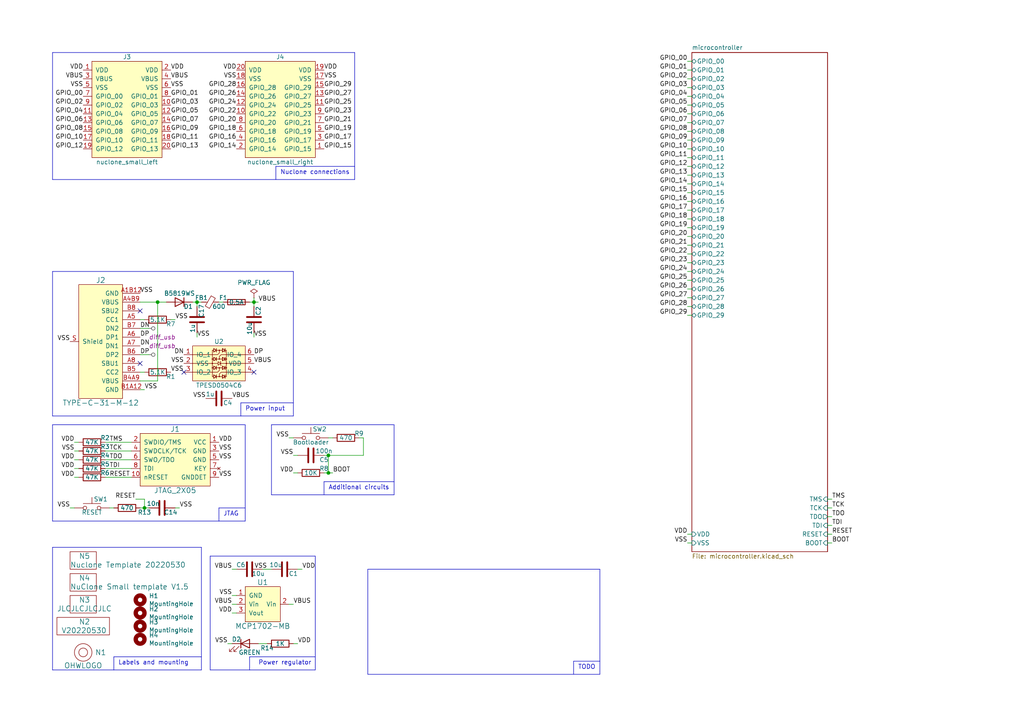
<source format=kicad_sch>
(kicad_sch (version 20230121) (generator eeschema)
  (paper "A4")
  (lib_symbols
    (symbol "Device:C" (pin_numbers hide) (pin_names (offset 0.254))
      (property "Reference" "C" (at 0.635 2.54 0))
      (property "Value" "C" (at 0.635 -2.54 0))
      (symbol "C_0_1"
        (polyline (pts (xy -2.032 -0.762) (xy 2.032 -0.762)) (stroke (width 0.508)))
        (polyline (pts (xy -2.032 0.762) (xy 2.032 0.762)) (stroke (width 0.508)))
      )
      (symbol "C_1_1"
        (pin passive line (at 0 3.81 270) (length 2.794) (name "~") (number "1"))
        (pin passive line (at 0 -3.81 90) (length 2.794) (name "~") (number "2"))
      )
    )
    (symbol "Device:D" (pin_numbers hide) (pin_names (offset 1.016) hide)
      (property "Reference" "D" (at 0 2.54 0))
      (property "Value" "D" (at 0 -2.54 0))
      (symbol "D_0_1"
        (polyline (pts (xy -1.27 1.27) (xy -1.27 -1.27)) (stroke (width 0.254)))
        (polyline (pts (xy 1.27 0) (xy -1.27 0)))
        (polyline (pts (xy 1.27 1.27) (xy 1.27 -1.27) (xy -1.27 0) (xy 1.27 1.27)) (stroke (width 0.254)))
      )
      (symbol "D_1_1"
        (pin passive line (at -3.81 0 0) (length 2.54) (name "K") (number "1"))
        (pin passive line (at 3.81 0 180) (length 2.54) (name "A") (number "2"))
      )
    )
    (symbol "Device:FerriteBead_Small" (pin_numbers hide) (pin_names (offset 0))
      (property "Reference" "FB" (at 1.905 1.27 0))
      (property "Value" "FerriteBead_Small" (at 1.905 -1.27 0))
      (symbol "FerriteBead_Small_0_1"
        (polyline (pts (xy 0 -1.27) (xy 0 -0.7874)))
        (polyline (pts (xy 0 0.889) (xy 0 1.2954)))
        (polyline (pts (xy -1.8288 0.2794) (xy -1.1176 1.4986) (xy 1.8288 -0.2032) (xy 1.1176 -1.4224) (xy -1.8288 0.2794)))
      )
      (symbol "FerriteBead_Small_1_1"
        (pin passive line (at 0 2.54 270) (length 1.27) (name "~") (number "1"))
        (pin passive line (at 0 -2.54 90) (length 1.27) (name "~") (number "2"))
      )
    )
    (symbol "Device:Fuse" (pin_numbers hide) (pin_names (offset 0))
      (property "Reference" "F" (at 2.032 0 90))
      (property "Value" "Fuse" (at -1.905 0 90))
      (symbol "Fuse_0_1"
        (rectangle (start -0.762 -2.54) (end 0.762 2.54) (stroke (width 0.254)))
        (polyline (pts (xy 0 2.54) (xy 0 -2.54)))
      )
      (symbol "Fuse_1_1"
        (pin passive line (at 0 3.81 270) (length 1.27) (name "~") (number "1"))
        (pin passive line (at 0 -3.81 90) (length 1.27) (name "~") (number "2"))
      )
    )
    (symbol "Device:LED" (pin_numbers hide) (pin_names (offset 1.016) hide)
      (property "Reference" "D" (at 0 2.54 0))
      (property "Value" "LED" (at 0 -2.54 0))
      (symbol "LED_0_1"
        (polyline (pts (xy -1.27 -1.27) (xy -1.27 1.27)) (stroke (width 0.254)))
        (polyline (pts (xy -1.27 0) (xy 1.27 0)))
        (polyline (pts (xy 1.27 -1.27) (xy 1.27 1.27) (xy -1.27 0) (xy 1.27 -1.27)) (stroke (width 0.254)))
        (polyline (pts (xy -3.048 -0.762) (xy -4.572 -2.286) (xy -3.81 -2.286) (xy -4.572 -2.286) (xy -4.572 -1.524)))
        (polyline (pts (xy -1.778 -0.762) (xy -3.302 -2.286) (xy -2.54 -2.286) (xy -3.302 -2.286) (xy -3.302 -1.524)))
      )
      (symbol "LED_1_1"
        (pin passive line (at -3.81 0 0) (length 2.54) (name "K") (number "1"))
        (pin passive line (at 3.81 0 180) (length 2.54) (name "A") (number "2"))
      )
    )
    (symbol "Device:R" (pin_numbers hide) (pin_names (offset 0))
      (property "Reference" "R" (at 2.032 0 90))
      (property "Value" "R" (at 0 0 90))
      (symbol "R_0_1"
        (rectangle (start -1.016 -2.54) (end 1.016 2.54) (stroke (width 0.254)))
      )
      (symbol "R_1_1"
        (pin passive line (at 0 3.81 270) (length 1.27) (name "~") (number "1"))
        (pin passive line (at 0 -3.81 90) (length 1.27) (name "~") (number "2"))
      )
    )
    (symbol "Mechanical:MountingHole" (pin_names (offset 1.016))
      (property "Reference" "H" (at 0 5.08 0))
      (property "Value" "MountingHole" (at 0 3.175 0))
      (symbol "MountingHole_0_1"
        (circle (center 0 0) (radius 1.27) (stroke (width 1.27)))
      )
    )
    (symbol "SquantorConnectorsNamed:JTAG_2X05_IN" (pin_names (offset 1.016))
      (property "Reference" "J" (at 0 8.89 0))
      (property "Value" "JTAG_2X05_IN" (at 0 -8.89 0))
      (symbol "JTAG_2X05_IN_0_1"
        (rectangle (start -10.16 7.62) (end 10.16 -7.62) (fill (type background)))
      )
      (symbol "JTAG_2X05_IN_1_1"
        (pin power_in line (at 12.7 5.08 180) (length 2.54) (name "VCC") (number "1"))
        (pin open_collector line (at -12.7 -5.08 0) (length 2.54) (name "nRESET") (number "10"))
        (pin bidirectional line (at -12.7 5.08 0) (length 2.54) (name "SWDIO/TMS") (number "2"))
        (pin power_in line (at 12.7 2.54 180) (length 2.54) (name "GND") (number "3"))
        (pin output line (at -12.7 2.54 0) (length 2.54) (name "SWDCLK/TCK") (number "4"))
        (pin power_in line (at 12.7 0 180) (length 2.54) (name "GND") (number "5"))
        (pin output line (at -12.7 0 0) (length 2.54) (name "SWO/TDO") (number "6"))
        (pin no_connect line (at 12.7 -2.54 180) (length 2.54) (name "KEY") (number "7"))
        (pin input line (at -12.7 -2.54 0) (length 2.54) (name "TDI") (number "8"))
        (pin power_in line (at 12.7 -5.08 180) (length 2.54) (name "GNDDET") (number "9"))
      )
    )
    (symbol "SquantorConnectorsNamed:nuclone_small_left" (pin_names (offset 1.016))
      (property "Reference" "J" (at 0 15.24 0))
      (property "Value" "nuclone_small_left" (at 0 -15.24 0))
      (symbol "nuclone_small_left_0_1"
        (rectangle (start -10.16 13.97) (end 10.16 -13.97) (fill (type background)))
      )
      (symbol "nuclone_small_left_1_1"
        (pin power_in line (at -12.7 11.43 0) (length 2.54) (name "VDD") (number "1"))
        (pin bidirectional line (at 12.7 1.27 180) (length 2.54) (name "GPIO_03") (number "10"))
        (pin bidirectional line (at -12.7 -1.27 0) (length 2.54) (name "GPIO_04") (number "11"))
        (pin bidirectional line (at 12.7 -1.27 180) (length 2.54) (name "GPIO_05") (number "12"))
        (pin bidirectional line (at -12.7 -3.81 0) (length 2.54) (name "GPIO_06") (number "13"))
        (pin bidirectional line (at 12.7 -3.81 180) (length 2.54) (name "GPIO_07") (number "14"))
        (pin bidirectional line (at -12.7 -6.35 0) (length 2.54) (name "GPIO_08") (number "15"))
        (pin bidirectional line (at 12.7 -6.35 180) (length 2.54) (name "GPIO_09") (number "16"))
        (pin bidirectional line (at -12.7 -8.89 0) (length 2.54) (name "GPIO_10") (number "17"))
        (pin bidirectional line (at 12.7 -8.89 180) (length 2.54) (name "GPIO_11") (number "18"))
        (pin bidirectional line (at -12.7 -11.43 0) (length 2.54) (name "GPIO_12") (number "19"))
        (pin power_in line (at 12.7 11.43 180) (length 2.54) (name "VDD") (number "2"))
        (pin bidirectional line (at 12.7 -11.43 180) (length 2.54) (name "GPIO_13") (number "20"))
        (pin power_in line (at -12.7 8.89 0) (length 2.54) (name "VBUS") (number "3"))
        (pin power_in line (at 12.7 8.89 180) (length 2.54) (name "VBUS") (number "4"))
        (pin power_in line (at -12.7 6.35 0) (length 2.54) (name "VSS") (number "5"))
        (pin power_in line (at 12.7 6.35 180) (length 2.54) (name "VSS") (number "6"))
        (pin bidirectional line (at -12.7 3.81 0) (length 2.54) (name "GPIO_00") (number "7"))
        (pin bidirectional line (at 12.7 3.81 180) (length 2.54) (name "GPIO_01") (number "8"))
        (pin bidirectional line (at -12.7 1.27 0) (length 2.54) (name "GPIO_02") (number "9"))
      )
    )
    (symbol "SquantorConnectorsNamed:nuclone_small_right" (pin_names (offset 1.016))
      (property "Reference" "J" (at 0 -15.24 0))
      (property "Value" "nuclone_small_right" (at 0 15.24 0))
      (symbol "nuclone_small_right_0_1"
        (rectangle (start 10.16 -13.97) (end -10.16 13.97) (fill (type background)))
      )
      (symbol "nuclone_small_right_1_1"
        (pin bidirectional line (at 12.7 -11.43 180) (length 2.54) (name "GPIO_15") (number "1"))
        (pin bidirectional line (at -12.7 -1.27 0) (length 2.54) (name "GPIO_22") (number "10"))
        (pin bidirectional line (at 12.7 1.27 180) (length 2.54) (name "GPIO_25") (number "11"))
        (pin bidirectional line (at -12.7 1.27 0) (length 2.54) (name "GPIO_24") (number "12"))
        (pin bidirectional line (at 12.7 3.81 180) (length 2.54) (name "GPIO_27") (number "13"))
        (pin bidirectional line (at -12.7 3.81 0) (length 2.54) (name "GPIO_26") (number "14"))
        (pin bidirectional line (at 12.7 6.35 180) (length 2.54) (name "GPIO_29") (number "15"))
        (pin bidirectional line (at -12.7 6.35 0) (length 2.54) (name "GPIO_28") (number "16"))
        (pin power_in line (at 12.7 8.89 180) (length 2.54) (name "VSS") (number "17"))
        (pin power_in line (at -12.7 8.89 0) (length 2.54) (name "VSS") (number "18"))
        (pin power_in line (at 12.7 11.43 180) (length 2.54) (name "VDD") (number "19"))
        (pin bidirectional line (at -12.7 -11.43 0) (length 2.54) (name "GPIO_14") (number "2"))
        (pin power_in line (at -12.7 11.43 0) (length 2.54) (name "VDD") (number "20"))
        (pin bidirectional line (at 12.7 -8.89 180) (length 2.54) (name "GPIO_17") (number "3"))
        (pin bidirectional line (at -12.7 -8.89 0) (length 2.54) (name "GPIO_16") (number "4"))
        (pin bidirectional line (at 12.7 -6.35 180) (length 2.54) (name "GPIO_19") (number "5"))
        (pin bidirectional line (at -12.7 -6.35 0) (length 2.54) (name "GPIO_18") (number "6"))
        (pin bidirectional line (at 12.7 -3.81 180) (length 2.54) (name "GPIO_21") (number "7"))
        (pin bidirectional line (at -12.7 -3.81 0) (length 2.54) (name "GPIO_20") (number "8"))
        (pin bidirectional line (at 12.7 -1.27 180) (length 2.54) (name "GPIO_23") (number "9"))
      )
    )
    (symbol "SquantorDevice:TVS_4_Array" (pin_names (offset 1.016))
      (property "Reference" "U" (at 0 7.62 0))
      (property "Value" "TVS_4_Array" (at 0 -5.08 0))
      (symbol "TVS_4_Array_0_1"
        (rectangle (start -7.62 6.35) (end 7.62 -3.81) (fill (type background)))
        (circle (center -1.905 0) (radius 0.127))
        (circle (center -1.905 1.27) (radius 0.127))
        (circle (center -1.905 2.54) (radius 0.127))
        (polyline (pts (xy -7.62 1.27) (xy -0.254 1.27)))
        (polyline (pts (xy -1.905 5.08) (xy -1.905 -2.54)))
        (polyline (pts (xy -1.524 -2.54) (xy -1.905 -2.54)))
        (polyline (pts (xy -1.524 0) (xy -1.905 0)))
        (polyline (pts (xy -1.524 2.54) (xy -1.905 2.54)))
        (polyline (pts (xy -1.524 5.08) (xy -1.905 5.08)))
        (polyline (pts (xy -0.762 -2.54) (xy 1.016 -2.54)))
        (polyline (pts (xy -0.762 -2.032) (xy -0.762 -3.048)))
        (polyline (pts (xy -0.762 -2.032) (xy -0.762 -3.048)))
        (polyline (pts (xy -0.762 0) (xy 1.016 0)))
        (polyline (pts (xy -0.762 0.508) (xy -0.762 -0.508)))
        (polyline (pts (xy -0.762 0.508) (xy -0.762 -0.508)))
        (polyline (pts (xy -0.762 2.54) (xy 1.016 2.54)))
        (polyline (pts (xy -0.762 3.048) (xy -0.762 2.032)))
        (polyline (pts (xy -0.762 3.048) (xy -0.762 2.032)))
        (polyline (pts (xy -0.762 5.08) (xy 1.016 5.08)))
        (polyline (pts (xy -0.762 5.588) (xy -0.762 4.572)))
        (polyline (pts (xy -0.762 5.588) (xy -0.762 4.572)))
        (polyline (pts (xy 0.508 1.27) (xy 7.62 1.27)))
        (polyline (pts (xy 1.778 -2.54) (xy 2.159 -2.54)))
        (polyline (pts (xy 1.778 -2.032) (xy 1.778 -3.048)))
        (polyline (pts (xy 1.778 -2.032) (xy 1.778 -3.048)))
        (polyline (pts (xy 1.778 0) (xy 2.159 0)))
        (polyline (pts (xy 1.778 0.508) (xy 1.778 -0.508)))
        (polyline (pts (xy 1.778 0.508) (xy 1.778 -0.508)))
        (polyline (pts (xy 1.778 2.54) (xy 2.159 2.54)))
        (polyline (pts (xy 1.778 3.048) (xy 1.778 2.032)))
        (polyline (pts (xy 1.778 3.048) (xy 1.778 2.032)))
        (polyline (pts (xy 1.778 5.08) (xy 2.159 5.08)))
        (polyline (pts (xy 1.778 5.588) (xy 1.778 4.572)))
        (polyline (pts (xy 1.778 5.588) (xy 1.778 4.572)))
        (polyline (pts (xy 2.159 5.08) (xy 2.159 -2.54)))
        (polyline (pts (xy 0.508 1.27) (xy 0.508 0.762) (xy 0.635 0.635)))
        (polyline (pts (xy 0.508 1.27) (xy 0.508 1.778) (xy 0.381 1.905)))
        (polyline (pts (xy -7.62 -1.27) (xy -0.381 -1.27) (xy 0.127 -0.762) (xy 0.127 0)))
        (polyline (pts (xy -7.62 3.81) (xy -0.381 3.81) (xy 0.127 4.318) (xy 0.127 5.08)))
        (polyline (pts (xy 0.508 1.27) (xy -0.254 1.778) (xy -0.254 0.762) (xy 0.508 1.27)))
        (polyline (pts (xy 7.62 -1.27) (xy 0.635 -1.27) (xy 0.127 -1.778) (xy 0.127 -2.413)))
        (polyline (pts (xy 7.62 3.81) (xy 0.635 3.81) (xy 0.127 3.302) (xy 0.127 2.667)))
        (circle (center 0.127 -2.54) (radius 0.127))
        (circle (center 0.127 0) (radius 0.127))
        (circle (center 0.127 2.54) (radius 0.127))
        (circle (center 0.127 5.08) (radius 0.127))
        (circle (center 2.159 0) (radius 0.127))
        (circle (center 2.159 1.27) (radius 0.127))
        (circle (center 2.159 2.54) (radius 0.127))
      )
      (symbol "TVS_4_Array_1_1"
        (polyline (pts (xy -0.762 -2.54) (xy -1.524 -2.032) (xy -1.524 -3.048) (xy -0.762 -2.54)))
        (polyline (pts (xy -0.762 -2.54) (xy -1.524 -2.032) (xy -1.524 -3.048) (xy -0.762 -2.54)))
        (polyline (pts (xy -0.762 0) (xy -1.524 0.508) (xy -1.524 -0.508) (xy -0.762 0)))
        (polyline (pts (xy -0.762 0) (xy -1.524 0.508) (xy -1.524 -0.508) (xy -0.762 0)))
        (polyline (pts (xy -0.762 2.54) (xy -1.524 3.048) (xy -1.524 2.032) (xy -0.762 2.54)))
        (polyline (pts (xy -0.762 2.54) (xy -1.524 3.048) (xy -1.524 2.032) (xy -0.762 2.54)))
        (polyline (pts (xy -0.762 5.08) (xy -1.524 5.588) (xy -1.524 4.572) (xy -0.762 5.08)))
        (polyline (pts (xy -0.762 5.08) (xy -1.524 5.588) (xy -1.524 4.572) (xy -0.762 5.08)))
        (polyline (pts (xy 1.778 -2.54) (xy 1.016 -2.032) (xy 1.016 -3.048) (xy 1.778 -2.54)))
        (polyline (pts (xy 1.778 -2.54) (xy 1.016 -2.032) (xy 1.016 -3.048) (xy 1.778 -2.54)))
        (polyline (pts (xy 1.778 0) (xy 1.016 0.508) (xy 1.016 -0.508) (xy 1.778 0)))
        (polyline (pts (xy 1.778 0) (xy 1.016 0.508) (xy 1.016 -0.508) (xy 1.778 0)))
        (polyline (pts (xy 1.778 2.54) (xy 1.016 3.048) (xy 1.016 2.032) (xy 1.778 2.54)))
        (polyline (pts (xy 1.778 2.54) (xy 1.016 3.048) (xy 1.016 2.032) (xy 1.778 2.54)))
        (polyline (pts (xy 1.778 5.08) (xy 1.016 5.588) (xy 1.016 4.572) (xy 1.778 5.08)))
        (polyline (pts (xy 1.778 5.08) (xy 1.016 5.588) (xy 1.016 4.572) (xy 1.778 5.08)))
        (pin passive line (at -10.16 3.81 0) (length 2.54) (name "IO_1") (number "1"))
        (pin power_in line (at -10.16 1.27 0) (length 2.54) (name "VSS") (number "2"))
        (pin passive line (at -10.16 -1.27 0) (length 2.54) (name "IO_2") (number "3"))
        (pin passive line (at 10.16 -1.27 180) (length 2.54) (name "IO_3") (number "4"))
        (pin power_in line (at 10.16 1.27 180) (length 2.54) (name "VDD") (number "5"))
        (pin passive line (at 10.16 3.81 180) (length 2.54) (name "IO_4") (number "6"))
      )
    )
    (symbol "SquantorLabels:Label" (pin_names (offset 1.016))
      (property "Reference" "N" (at 0 1.27 0))
      (property "Value" "Label" (at 0 -1.27 0))
      (symbol "Label_0_1"
        (rectangle (start -3.81 2.54) (end 3.81 -2.54))
      )
    )
    (symbol "SquantorLabels:OHWLOGO" (pin_names (offset 1.016))
      (property "Reference" "N" (at 0 3.81 0))
      (property "Value" "OHWLOGO" (at 0 -3.81 0))
      (symbol "OHWLOGO_0_1"
        (circle (center 0 0) (radius 1.27))
        (circle (center 0 0) (radius 2.54))
      )
    )
    (symbol "SquantorLabels:VYYYYMMDD" (pin_names (offset 1.016))
      (property "Reference" "N" (at 0 2.54 0))
      (property "Value" "VYYYYMMDD" (at 0 0 0))
      (symbol "VYYYYMMDD_0_1"
        (rectangle (start 7.62 -1.27) (end -7.62 3.81))
      )
    )
    (symbol "SquantorMicrochip:MCP1702-MB" (pin_names (offset 1.016))
      (property "Reference" "U" (at 0 6.35 0))
      (property "Value" "MCP1702-MB" (at 0 -6.35 0))
      (symbol "MCP1702-MB_0_1"
        (rectangle (start -5.08 5.08) (end 5.08 -5.08) (fill (type background)))
      )
      (symbol "MCP1702-MB_1_1"
        (pin power_in line (at -7.62 2.54 0) (length 2.54) (name "GND") (number "1"))
        (pin power_in line (at -7.62 0 0) (length 2.54) (name "Vin") (number "2"))
        (pin power_in line (at 7.62 0 180) (length 2.54) (name "Vin") (number "2"))
        (pin power_out line (at -7.62 -2.54 0) (length 2.54) (name "Vout") (number "3"))
      )
    )
    (symbol "SquantorUsb:USB-C_PD_USB" (pin_names (offset 1.016))
      (property "Reference" "J" (at 0 17.78 0))
      (property "Value" "USB-C_PD_USB" (at 0 -17.78 0))
      (symbol "USB-C_PD_USB_0_1"
        (rectangle (start 6.35 16.51) (end -6.35 -16.51) (fill (type background)))
      )
      (symbol "USB-C_PD_USB_1_1"
        (pin power_out line (at 11.43 13.97 180) (length 5.08) (name "GND") (number "A1B12"))
        (pin power_out line (at 11.43 11.43 180) (length 5.08) (name "VBUS") (number "A4B9"))
        (pin bidirectional line (at 11.43 6.35 180) (length 5.08) (name "CC1") (number "A5"))
        (pin bidirectional line (at 11.43 1.27 180) (length 5.08) (name "DP1") (number "A6"))
        (pin bidirectional line (at 11.43 -1.27 180) (length 5.08) (name "DN1") (number "A7"))
        (pin bidirectional line (at 11.43 -6.35 180) (length 5.08) (name "SBU1") (number "A8"))
        (pin passive line (at 11.43 -13.97 180) (length 5.08) (name "GND") (number "B1A12"))
        (pin passive line (at 11.43 -11.43 180) (length 5.08) (name "VBUS") (number "B4A9"))
        (pin bidirectional line (at 11.43 -8.89 180) (length 5.08) (name "CC2") (number "B5"))
        (pin bidirectional line (at 11.43 -3.81 180) (length 5.08) (name "DP2") (number "B6"))
        (pin bidirectional line (at 11.43 3.81 180) (length 5.08) (name "DN2") (number "B7"))
        (pin bidirectional line (at 11.43 8.89 180) (length 5.08) (name "SBU2") (number "B8"))
        (pin passive line (at -8.89 0 0) (length 2.54) (name "Shield") (number "S"))
      )
    )
    (symbol "Switch:SW_Push" (pin_numbers hide) (pin_names (offset 1.016) hide)
      (property "Reference" "SW" (at 1.27 2.54 0))
      (property "Value" "SW_Push" (at 0 -1.524 0))
      (symbol "SW_Push_0_1"
        (circle (center -2.032 0) (radius 0.508))
        (polyline (pts (xy 0 1.27) (xy 0 3.048)))
        (polyline (pts (xy 2.54 1.27) (xy -2.54 1.27)))
        (circle (center 2.032 0) (radius 0.508))
        (pin passive line (at -5.08 0 0) (length 2.54) (name "1") (number "1"))
        (pin passive line (at 5.08 0 180) (length 2.54) (name "2") (number "2"))
      )
    )
    (symbol "power:PWR_FLAG" (power) (pin_numbers hide) (pin_names (offset 0) hide)
      (property "Value" "PWR_FLAG" (at 0 3.81 0))
      (symbol "PWR_FLAG_0_0"
        (pin power_out line (at 0 0 90) (length 0) (name "pwr") (number "1"))
      )
      (symbol "PWR_FLAG_0_1"
        (polyline (pts (xy 0 0) (xy 0 1.27) (xy -1.016 1.905) (xy 0 2.54) (xy 1.016 1.905) (xy 0 1.27)))
      )
    )
  )
  (junction (at 95.25 137.16))
  (junction (at 41.91 147.32))
  (junction (at 73.66 87.63))
  (junction (at 95.25 132.08))
  (junction (at 57.15 87.63))
  (junction (at 45.72 87.63))
  (no_connect (at 73.66 107.95))
  (no_connect (at 40.64 90.17))
  (no_connect (at 40.64 105.41))
  (no_connect (at 53.34 107.95))
  (wire (pts (xy 55.88 87.63) (xy 57.15 87.63)))
  (wire (pts (xy 200.66 20.32) (xy 199.39 20.32)))
  (wire (pts (xy 68.58 175.26) (xy 67.31 175.26)))
  (wire (pts (xy 40.64 95.25) (xy 43.18 95.25)))
  (wire (pts (xy 40.64 102.87) (xy 43.18 102.87)))
  (wire (pts (xy 199.39 33.02) (xy 200.66 33.02)))
  (polyline (pts (xy 15.24 151.13) (xy 71.12 151.13)))
  (wire (pts (xy 200.66 35.56) (xy 199.39 35.56)))
  (wire (pts (xy 240.03 157.48) (xy 241.3 157.48)))
  (polyline (pts (xy 106.68 165.1) (xy 173.99 165.1)))
  (polyline (pts (xy 15.24 194.31) (xy 58.42 194.31)))
  (wire (pts (xy 73.66 86.36) (xy 73.66 87.63)))
  (wire (pts (xy 200.66 30.48) (xy 199.39 30.48)))
  (polyline (pts (xy 72.39 190.5) (xy 72.39 194.31)))
  (wire (pts (xy 31.75 147.32) (xy 33.02 147.32)))
  (polyline (pts (xy 78.74 123.19) (xy 78.74 143.51)))
  (polyline (pts (xy 80.01 48.26) (xy 80.01 52.07)))
  (wire (pts (xy 30.48 138.43) (xy 38.1 138.43)))
  (polyline (pts (xy 15.24 158.75) (xy 15.24 194.31)))
  (wire (pts (xy 57.15 87.63) (xy 58.42 87.63)))
  (wire (pts (xy 199.39 38.1) (xy 200.66 38.1)))
  (wire (pts (xy 57.15 87.63) (xy 57.15 88.9)))
  (wire (pts (xy 45.72 87.63) (xy 48.26 87.63)))
  (polyline (pts (xy 85.09 116.84) (xy 69.85 116.84)))
  (wire (pts (xy 67.31 186.69) (xy 66.04 186.69)))
  (polyline (pts (xy 71.12 151.13) (xy 71.12 123.19)))
  (polyline (pts (xy 71.12 147.32) (xy 63.5 147.32)))
  (wire (pts (xy 30.48 128.27) (xy 38.1 128.27)))
  (polyline (pts (xy 102.87 48.26) (xy 80.01 48.26)))
  (wire (pts (xy 41.91 147.32) (xy 43.18 147.32)))
  (polyline (pts (xy 15.24 52.07) (xy 102.87 52.07)))
  (polyline (pts (xy 60.96 194.31) (xy 91.44 194.31)))
  (polyline (pts (xy 106.68 195.58) (xy 106.68 165.1)))
  (wire (pts (xy 73.66 87.63) (xy 73.66 88.9)))
  (wire (pts (xy 41.91 107.95) (xy 40.64 107.95)))
  (polyline (pts (xy 71.12 123.19) (xy 15.24 123.19)))
  (polyline (pts (xy 173.99 165.1) (xy 173.99 195.58)))
  (wire (pts (xy 105.41 132.08) (xy 95.25 132.08)))
  (polyline (pts (xy 114.3 139.7) (xy 93.98 139.7)))
  (wire (pts (xy 95.25 137.16) (xy 95.25 132.08)))
  (wire (pts (xy 105.41 127) (xy 105.41 132.08)))
  (wire (pts (xy 199.39 83.82) (xy 200.66 83.82)))
  (wire (pts (xy 22.86 135.89) (xy 21.59 135.89)))
  (wire (pts (xy 85.09 175.26) (xy 83.82 175.26)))
  (wire (pts (xy 30.48 133.35) (xy 38.1 133.35)))
  (wire (pts (xy 67.31 165.1) (xy 68.58 165.1)))
  (polyline (pts (xy 102.87 52.07) (xy 102.87 15.24)))
  (polyline (pts (xy 93.98 139.7) (xy 93.98 143.51)))
  (wire (pts (xy 22.86 130.81) (xy 21.59 130.81)))
  (polyline (pts (xy 15.24 123.19) (xy 15.24 151.13)))
  (wire (pts (xy 85.09 137.16) (xy 86.36 137.16)))
  (wire (pts (xy 199.39 73.66) (xy 200.66 73.66)))
  (polyline (pts (xy 114.3 123.19) (xy 78.74 123.19)))
  (wire (pts (xy 199.39 88.9) (xy 200.66 88.9)))
  (wire (pts (xy 240.03 144.78) (xy 241.3 144.78)))
  (wire (pts (xy 200.66 76.2) (xy 199.39 76.2)))
  (polyline (pts (xy 15.24 15.24) (xy 15.24 52.07)))
  (wire (pts (xy 74.93 87.63) (xy 73.66 87.63)))
  (wire (pts (xy 104.14 127) (xy 105.41 127)))
  (wire (pts (xy 21.59 138.43) (xy 22.86 138.43)))
  (wire (pts (xy 30.48 130.81) (xy 38.1 130.81)))
  (wire (pts (xy 73.66 87.63) (xy 72.39 87.63)))
  (polyline (pts (xy 60.96 161.29) (xy 60.96 194.31)))
  (wire (pts (xy 41.91 144.78) (xy 41.91 147.32)))
  (wire (pts (xy 83.82 127) (xy 85.09 127)))
  (wire (pts (xy 93.98 137.16) (xy 95.25 137.16)))
  (wire (pts (xy 240.03 154.94) (xy 241.3 154.94)))
  (wire (pts (xy 200.66 40.64) (xy 199.39 40.64)))
  (wire (pts (xy 95.25 127) (xy 96.52 127)))
  (wire (pts (xy 95.25 132.08) (xy 93.98 132.08)))
  (polyline (pts (xy 58.42 190.5) (xy 33.02 190.5)))
  (wire (pts (xy 21.59 133.35) (xy 22.86 133.35)))
  (wire (pts (xy 200.66 55.88) (xy 199.39 55.88)))
  (wire (pts (xy 241.3 147.32) (xy 240.03 147.32)))
  (wire (pts (xy 50.8 92.71) (xy 49.53 92.71)))
  (polyline (pts (xy 91.44 161.29) (xy 60.96 161.29)))
  (polyline (pts (xy 85.09 78.74) (xy 15.24 78.74)))
  (wire (pts (xy 63.5 87.63) (xy 64.77 87.63)))
  (wire (pts (xy 240.03 149.86) (xy 241.3 149.86)))
  (polyline (pts (xy 63.5 147.32) (xy 63.5 151.13)))
  (wire (pts (xy 200.66 157.48) (xy 199.39 157.48)))
  (wire (pts (xy 52.07 147.32) (xy 50.8 147.32)))
  (wire (pts (xy 40.64 87.63) (xy 45.72 87.63)))
  (wire (pts (xy 57.15 96.52) (xy 57.15 97.79)))
  (wire (pts (xy 40.64 110.49) (xy 45.72 110.49)))
  (wire (pts (xy 85.09 132.08) (xy 86.36 132.08)))
  (wire (pts (xy 21.59 128.27) (xy 22.86 128.27)))
  (wire (pts (xy 200.66 66.04) (xy 199.39 66.04)))
  (polyline (pts (xy 91.44 190.5) (xy 72.39 190.5)))
  (polyline (pts (xy 15.24 78.74) (xy 15.24 120.65)))
  (wire (pts (xy 199.39 78.74) (xy 200.66 78.74)))
  (wire (pts (xy 199.39 68.58) (xy 200.66 68.58)))
  (wire (pts (xy 241.3 152.4) (xy 240.03 152.4)))
  (wire (pts (xy 40.64 92.71) (xy 41.91 92.71)))
  (wire (pts (xy 199.39 48.26) (xy 200.66 48.26)))
  (polyline (pts (xy 102.87 15.24) (xy 15.24 15.24)))
  (wire (pts (xy 199.39 27.94) (xy 200.66 27.94)))
  (wire (pts (xy 20.32 147.32) (xy 21.59 147.32)))
  (polyline (pts (xy 58.42 194.31) (xy 58.42 158.75)))
  (wire (pts (xy 199.39 58.42) (xy 200.66 58.42)))
  (polyline (pts (xy 33.02 190.5) (xy 33.02 194.31)))
  (wire (pts (xy 199.39 22.86) (xy 200.66 22.86)))
  (polyline (pts (xy 85.09 78.74) (xy 85.09 120.65)))
  (wire (pts (xy 200.66 71.12) (xy 199.39 71.12)))
  (wire (pts (xy 67.31 172.72) (xy 68.58 172.72)))
  (wire (pts (xy 76.2 165.1) (xy 78.74 165.1)))
  (wire (pts (xy 39.37 144.78) (xy 41.91 144.78)))
  (wire (pts (xy 200.66 45.72) (xy 199.39 45.72)))
  (polyline (pts (xy 166.37 195.58) (xy 166.37 191.77)))
  (wire (pts (xy 86.36 165.1) (xy 87.63 165.1)))
  (wire (pts (xy 199.39 17.78) (xy 200.66 17.78)))
  (wire (pts (xy 200.66 50.8) (xy 199.39 50.8)))
  (wire (pts (xy 200.66 25.4) (xy 199.39 25.4)))
  (wire (pts (xy 86.36 186.69) (xy 85.09 186.69)))
  (polyline (pts (xy 69.85 116.84) (xy 69.85 120.65)))
  (polyline (pts (xy 58.42 158.75) (xy 15.24 158.75)))
  (wire (pts (xy 199.39 154.94) (xy 200.66 154.94)))
  (wire (pts (xy 200.66 81.28) (xy 199.39 81.28)))
  (wire (pts (xy 41.91 113.03) (xy 40.64 113.03)))
  (wire (pts (xy 67.31 177.8) (xy 68.58 177.8)))
  (polyline (pts (xy 91.44 194.31) (xy 91.44 161.29)))
  (polyline (pts (xy 78.74 143.51) (xy 114.3 143.51)))
  (polyline (pts (xy 15.24 120.65) (xy 85.09 120.65)))
  (wire (pts (xy 95.25 137.16) (xy 96.52 137.16)))
  (wire (pts (xy 77.47 186.69) (xy 74.93 186.69)))
  (wire (pts (xy 199.39 43.18) (xy 200.66 43.18)))
  (wire (pts (xy 40.64 147.32) (xy 41.91 147.32)))
  (wire (pts (xy 200.66 91.44) (xy 199.39 91.44)))
  (wire (pts (xy 200.66 60.96) (xy 199.39 60.96)))
  (wire (pts (xy 45.72 110.49) (xy 45.72 87.63)))
  (wire (pts (xy 199.39 53.34) (xy 200.66 53.34)))
  (wire (pts (xy 73.66 97.79) (xy 73.66 96.52)))
  (wire (pts (xy 199.39 63.5) (xy 200.66 63.5)))
  (polyline (pts (xy 114.3 143.51) (xy 114.3 123.19)))
  (wire (pts (xy 30.48 135.89) (xy 38.1 135.89)))
  (polyline (pts (xy 173.99 195.58) (xy 106.68 195.58)))
  (polyline (pts (xy 166.37 191.77) (xy 173.99 191.77)))
  (wire (pts (xy 200.66 86.36) (xy 199.39 86.36)))
  (text "Power input" (at 71.12 119.38 0) (effects (font (size 1.27 1.27)) (justify left bottom)))
  (text "Nuclone connections" (at 81.28 50.8 0) (effects (font (size 1.27 1.27)) (justify left bottom)))
  (text "Additional circuits" (at 95.25 142.24 0) (effects (font (size 1.27 1.27)) (justify left bottom)))
  (text "TODO" (at 167.64 194.31 0) (effects (font (size 1.27 1.27)) (justify left bottom)))
  (text "Power regulator" (at 74.93 193.04 0) (effects (font (size 1.27 1.27)) (justify left bottom)))
  (text "Labels and mounting" (at 34.29 193.04 0) (effects (font (size 1.27 1.27)) (justify left bottom)))
  (text "JTAG" (at 64.77 149.86 0) (effects (font (size 1.27 1.27)) (justify left bottom)))
  (label "VBUS" (at 73.66 105.41 0))
  (label "GPIO_28" (at 68.58 25.4 180))
  (label "GPIO_19" (at 199.39 66.04 180))
  (label "GPIO_15" (at 199.39 55.88 180))
  (label "GPIO_08" (at 199.39 38.1 180))
  (label "BOOT" (at 241.3 157.48 0))
  (label "GPIO_07" (at 199.39 35.56 180))
  (label "VBUS" (at 74.93 87.63 0))
  (label "VSS" (at 41.91 113.03 0))
  (label "DN" (at 40.64 100.33 0))
  (label "VBUS" (at 67.31 165.1 180))
  (label "RESET" (at 39.37 144.78 180))
  (label "GPIO_29" (at 93.98 25.4 0))
  (label "GPIO_18" (at 68.58 38.1 180))
  (label "TCK" (at 241.3 147.32 0))
  (label "VSS" (at 50.8 92.71 0))
  (label "GPIO_11" (at 49.53 40.64 0))
  (label "VSS" (at 66.04 186.69 180))
  (label "VDD" (at 67.31 177.8 180))
  (label "TMS" (at 31.75 128.27 0))
  (label "VDD" (at 93.98 20.32 0))
  (label "DN" (at 53.34 102.87 180))
  (label "GPIO_02" (at 199.39 22.86 180))
  (label "GPIO_19" (at 93.98 38.1 0))
  (label "TMS" (at 241.3 144.78 0))
  (label "GPIO_03" (at 49.53 30.48 0))
  (label "GPIO_09" (at 199.39 40.64 180))
  (label "VSS" (at 83.82 127 180))
  (label "VDD" (at 68.58 20.32 180))
  (label "GPIO_07" (at 49.53 35.56 0))
  (label "GPIO_16" (at 199.39 58.42 180))
  (label "VSS" (at 199.39 157.48 180))
  (label "GPIO_12" (at 24.13 43.18 180))
  (label "GPIO_23" (at 93.98 33.02 0))
  (label "GPIO_16" (at 68.58 40.64 180))
  (label "VSS" (at 73.66 97.79 0))
  (label "VSS" (at 57.15 97.79 0))
  (label "GPIO_02" (at 24.13 30.48 180))
  (label "GPIO_10" (at 24.13 40.64 180))
  (label "GPIO_26" (at 68.58 27.94 180))
  (label "VSS" (at 52.07 147.32 0))
  (label "GPIO_13" (at 49.53 43.18 0))
  (label "DP" (at 40.64 97.79 0))
  (label "VDD" (at 21.59 133.35 180))
  (label "GPIO_27" (at 93.98 27.94 0))
  (label "VDD" (at 21.59 135.89 180))
  (label "GPIO_25" (at 93.98 30.48 0))
  (label "DP" (at 40.64 102.87 0))
  (label "GPIO_21" (at 93.98 35.56 0))
  (label "GPIO_25" (at 199.39 81.28 180))
  (label "GPIO_11" (at 199.39 45.72 180))
  (label "GPIO_05" (at 199.39 30.48 180))
  (label "GPIO_21" (at 199.39 71.12 180))
  (label "GPIO_20" (at 199.39 68.58 180))
  (label "GPIO_17" (at 199.39 60.96 180))
  (label "VSS" (at 63.5 138.43 0))
  (label "VSS" (at 20.32 147.32 180))
  (label "GPIO_28" (at 199.39 88.9 180))
  (label "GPIO_12" (at 199.39 48.26 180))
  (label "VSS" (at 85.09 132.08 180))
  (label "VSS" (at 93.98 22.86 0))
  (label "GPIO_14" (at 199.39 53.34 180))
  (label "GPIO_01" (at 49.53 27.94 0))
  (label "VSS" (at 77.47 165.1 180))
  (label "TDI" (at 241.3 152.4 0))
  (label "VDD" (at 87.63 165.1 0))
  (label "VSS" (at 63.5 130.81 0))
  (label "VDD" (at 85.09 137.16 180))
  (label "VSS" (at 59.69 115.57 180))
  (label "VDD" (at 49.53 20.32 0))
  (label "VDD" (at 199.39 154.94 180))
  (label "GPIO_09" (at 49.53 38.1 0))
  (label "VSS" (at 53.34 105.41 180))
  (label "TCK" (at 31.75 130.81 0))
  (label "VBUS" (at 49.53 22.86 0))
  (label "GPIO_26" (at 199.39 83.82 180))
  (label "TDI" (at 31.75 135.89 0))
  (label "DN" (at 40.64 95.25 0))
  (label "VBUS" (at 67.31 115.57 0))
  (label "GPIO_15" (at 93.98 43.18 0))
  (label "VSS" (at 49.53 25.4 0))
  (label "GPIO_27" (at 199.39 86.36 180))
  (label "GPIO_14" (at 68.58 43.18 180))
  (label "GPIO_18" (at 199.39 63.5 180))
  (label "GPIO_22" (at 68.58 33.02 180))
  (label "GPIO_00" (at 24.13 27.94 180))
  (label "VDD" (at 21.59 138.43 180))
  (label "GPIO_22" (at 199.39 73.66 180))
  (label "GPIO_17" (at 93.98 40.64 0))
  (label "GPIO_24" (at 68.58 30.48 180))
  (label "GPIO_10" (at 199.39 43.18 180))
  (label "GPIO_24" (at 199.39 78.74 180))
  (label "GPIO_08" (at 24.13 38.1 180))
  (label "GPIO_03" (at 199.39 25.4 180))
  (label "VBUS" (at 85.09 175.26 0))
  (label "RESET" (at 241.3 154.94 0))
  (label "VSS" (at 20.32 99.06 180))
  (label "VDD" (at 24.13 20.32 180))
  (label "VSS" (at 68.58 22.86 180))
  (label "VSS" (at 40.64 85.09 0))
  (label "RESET" (at 31.75 138.43 0))
  (label "TDO" (at 241.3 149.86 0))
  (label "VSS" (at 21.59 130.81 180))
  (label "GPIO_04" (at 24.13 33.02 180))
  (label "VSS" (at 24.13 25.4 180))
  (label "VSS" (at 63.5 133.35 0))
  (label "GPIO_06" (at 199.39 33.02 180))
  (label "GPIO_20" (at 68.58 35.56 180))
  (label "TDO" (at 31.75 133.35 0))
  (label "VBUS" (at 67.31 175.26 180))
  (label "GPIO_06" (at 24.13 35.56 180))
  (label "DP" (at 73.66 102.87 0))
  (label "GPIO_13" (at 199.39 50.8 180))
  (label "VSS" (at 67.31 172.72 180))
  (label "VDD" (at 21.59 128.27 180))
  (label "GPIO_00" (at 199.39 17.78 180))
  (label "GPIO_23" (at 199.39 76.2 180))
  (label "GPIO_04" (at 199.39 27.94 180))
  (label "GPIO_29" (at 199.39 91.44 180))
  (label "BOOT" (at 96.52 137.16 0))
  (label "GPIO_05" (at 49.53 33.02 0))
  (label "VDD" (at 86.36 186.69 0))
  (label "VSS" (at 49.53 107.95 0))
  (label "VBUS" (at 24.13 22.86 180))
  (label "VDD" (at 63.5 128.27 0))
  (label "GPIO_01" (at 199.39 20.32 180))
  (netclass_flag "" (length 1.27) (shape round) (at 43.18 95.25 270) (property "Netclass" "diff_usb" (at 43.18 97.79 0) (effects (font italic) (justify left))))
  (netclass_flag "" (length 1.27) (shape round) (at 43.18 102.87 270) (property "Netclass" "diff_usb" (at 43.18 100.33 0) (effects (font italic) (justify left))))
  (symbol (lib_id "SquantorLabels:OHWLOGO") (at 24.13 189.23 0) (unit 1)
    (property "Reference" "N1" (at 29.21 189.23 0) (effects (font (size 1.524 1.524))))
    (property "Value" "OHWLOGO" (at 24.13 193.04 0) (effects (font (size 1.524 1.524))))
    (property "Footprint" "Symbol:OSHW-Symbol_6.7x6mm_SilkScreen" (effects hide))
  )
  (symbol (lib_id "SquantorConnectorsNamed:JTAG_2X05_IN") (at 50.8 133.35 0) (unit 1)
    (property "Reference" "J1" (at 50.8 124.46 0) (effects (font (size 1.524 1.524))))
    (property "Value" "JTAG_2X05" (at 50.8 142.24 0) (effects (font (size 1.524 1.524))))
    (property "Footprint" "SquantorConnectors:Header-0127-2X05-H006" (effects hide))
  )
  (symbol (lib_id "Device:FerriteBead_Small") (at 60.96 87.63 270) (unit 1)
    (property "Reference" "FB1" (at 58.42 86.36 90))
    (property "Value" "600" (at 63.5 88.9 90))
    (property "Footprint" "SquantorInductor:L_0603" (effects hide))
  )
  (symbol (lib_id "Device:Fuse") (at 68.58 87.63 270) (unit 1)
    (property "Reference" "F1" (at 64.77 86.36 90))
    (property "Value" "0.5A" (at 68.58 87.63 90))
    (property "Footprint" "SquantorFuse:F_0603_hand" (effects hide))
  )
  (symbol (lib_id "Device:C") (at 73.66 92.71 180) (unit 1)
    (property "Reference" "C2" (at 74.93 90.17 90))
    (property "Value" "10u" (at 72.39 95.25 90))
    (property "Footprint" "SquantorCapacitor:C_0603" (effects hide))
  )
  (symbol (lib_id "power:PWR_FLAG") (at 73.66 86.36 0) (unit 1)
    (property "Reference" "#FLG01" (effects hide))
    (property "Value" "PWR_FLAG" (at 73.66 81.9658 0))
  )
  (symbol (lib_id "Mechanical:MountingHole") (at 40.64 185.42 0) (unit 1)
    (property "Reference" "H4" (at 43.18 184.2516 0) (effects (justify left)))
    (property "Value" "MountingHole" (at 43.18 186.563 0) (effects (justify left)))
    (property "Footprint" "SquantorPcbOutline:MountingHole_3.2mm_M3_Pad_Via" (effects hide))
  )
  (symbol (lib_id "Mechanical:MountingHole") (at 40.64 181.61 0) (unit 1)
    (property "Reference" "H3" (at 43.18 180.4416 0) (effects (justify left)))
    (property "Value" "MountingHole" (at 43.18 182.753 0) (effects (justify left)))
    (property "Footprint" "SquantorPcbOutline:MountingHole_3.2mm_M3_Pad_Via" (effects hide))
  )
  (symbol (lib_id "Mechanical:MountingHole") (at 40.64 177.8 0) (unit 1)
    (property "Reference" "H2" (at 43.18 176.6316 0) (effects (justify left)))
    (property "Value" "MountingHole" (at 43.18 178.943 0) (effects (justify left)))
    (property "Footprint" "SquantorPcbOutline:MountingHole_3.2mm_M3_Pad_Via" (effects hide))
  )
  (symbol (lib_id "Mechanical:MountingHole") (at 40.64 173.99 0) (unit 1)
    (property "Reference" "H1" (at 43.18 172.8216 0) (effects (justify left)))
    (property "Value" "MountingHole" (at 43.18 175.133 0) (effects (justify left)))
    (property "Footprint" "SquantorPcbOutline:MountingHole_3.2mm_M3_Pad_Via" (effects hide))
  )
  (symbol (lib_id "SquantorLabels:VYYYYMMDD") (at 24.13 182.88 0) (unit 1)
    (property "Reference" "N2" (at 22.86 180.34 0) (effects (font (size 1.524 1.524)) (justify left)))
    (property "Value" "V20220530" (at 17.78 182.88 0) (effects (font (size 1.524 1.524)) (justify left)))
    (property "Footprint" "SquantorLabels:Label_Generic" (effects hide))
  )
  (symbol (lib_id "SquantorMicrochip:MCP1702-MB") (at 76.2 175.26 0) (unit 1)
    (property "Reference" "U1" (at 76.2 168.91 0) (effects (font (size 1.524 1.524))))
    (property "Value" "MCP1702-MB" (at 76.2 181.61 0) (effects (font (size 1.524 1.524))))
    (property "Footprint" "SquantorIC:SOT89-NXP" (effects hide))
  )
  (symbol (lib_id "Device:C") (at 82.55 165.1 270) (unit 1)
    (property "Reference" "C1" (at 85.09 166.37 90))
    (property "Value" "10u" (at 80.01 163.83 90))
    (property "Footprint" "SquantorCapacitor:C_0603" (effects hide))
  )
  (symbol (lib_id "SquantorConnectorsNamed:nuclone_small_left") (at 36.83 31.75 0) (unit 1)
    (property "Reference" "J3" (at 36.83 16.51 0))
    (property "Value" "nuclone_small_left" (at 36.83 46.99 0))
    (property "Footprint" "SquantorConnectorsNamed:nuclone_small_left_stacked" (effects hide))
  )
  (symbol (lib_id "SquantorConnectorsNamed:nuclone_small_right") (at 81.28 31.75 0) (unit 1)
    (property "Reference" "J4" (at 81.28 16.51 0))
    (property "Value" "nuclone_small_right" (at 81.28 46.99 0))
    (property "Footprint" "SquantorConnectorsNamed:nuclone_small_right_stacked" (effects hide))
  )
  (symbol (lib_id "SquantorLabels:Label") (at 24.13 175.26 0) (unit 1)
    (property "Reference" "N3" (at 22.86 173.99 0) (effects (font (size 1.524 1.524)) (justify left)))
    (property "Value" "JLCJLCJLCJLC" (at 16.51 176.53 0) (effects (font (size 1.524 1.524)) (justify left)))
    (property "Footprint" "SquantorLabels:Label_Generic" (effects hide))
  )
  (symbol (lib_id "Switch:SW_Push") (at 26.67 147.32 0) (unit 1)
    (property "Reference" "SW1" (at 29.21 144.78 0))
    (property "Value" "RESET" (at 26.67 148.59 0))
    (property "Footprint" "SquantorSwitches:TD-85XU" (effects hide))
  )
  (symbol (lib_id "SquantorUsb:USB-C_PD_USB") (at 29.21 99.06 0) (unit 1)
    (property "Reference" "J2" (at 29.21 81.28 0) (effects (font (size 1.524 1.524))))
    (property "Value" "TYPE-C-31-M-12" (at 29.21 116.84 0) (effects (font (size 1.524 1.524))))
    (property "Footprint" "SquantorUsb:USB-C-HRO-31-M-12" (effects hide))
  )
  (symbol (lib_id "Device:R") (at 45.72 107.95 270) (unit 1)
    (property "Reference" "R1" (at 49.53 109.22 90))
    (property "Value" "5.1K" (at 45.72 107.95 90))
    (property "Footprint" "SquantorResistor:R_0603_hand" (effects hide))
  )
  (symbol (lib_id "Device:R") (at 26.67 128.27 270) (unit 1)
    (property "Reference" "R2" (at 30.48 127 90))
    (property "Value" "47K" (at 26.67 128.27 90))
    (property "Footprint" "SquantorResistor:R_0603_hand" (effects hide))
  )
  (symbol (lib_id "Device:R") (at 26.67 130.81 270) (unit 1)
    (property "Reference" "R3" (at 30.48 129.54 90))
    (property "Value" "47K" (at 26.67 130.81 90))
    (property "Footprint" "SquantorResistor:R_0603_hand" (effects hide))
  )
  (symbol (lib_id "Device:R") (at 26.67 133.35 270) (unit 1)
    (property "Reference" "R4" (at 30.48 132.08 90))
    (property "Value" "47K" (at 26.67 133.35 90))
    (property "Footprint" "SquantorResistor:R_0603_hand" (effects hide))
  )
  (symbol (lib_id "Device:R") (at 26.67 135.89 270) (unit 1)
    (property "Reference" "R5" (at 30.48 134.62 90))
    (property "Value" "47K" (at 26.67 135.89 90))
    (property "Footprint" "SquantorResistor:R_0603_hand" (effects hide))
  )
  (symbol (lib_id "Device:R") (at 26.67 138.43 270) (unit 1)
    (property "Reference" "R6" (at 30.48 137.16 90))
    (property "Value" "47K" (at 26.67 138.43 90))
    (property "Footprint" "SquantorResistor:R_0603_hand" (effects hide))
  )
  (symbol (lib_id "SquantorLabels:Label") (at 24.13 168.91 0) (unit 1)
    (property "Reference" "N4" (at 22.86 167.64 0) (effects (font (size 1.524 1.524)) (justify left)))
    (property "Value" "NuClone Small template V1.5" (at 20.32 170.18 0) (effects (font (size 1.524 1.524)) (justify left)))
    (property "Footprint" "SquantorLabels:Label_Generic" (effects hide))
  )
  (symbol (lib_id "Device:R") (at 36.83 147.32 270) (unit 1)
    (property "Reference" "R13" (at 41.91 148.59 90))
    (property "Value" "470" (at 36.83 147.32 90))
    (property "Footprint" "SquantorResistor:R_0603_hand" (effects hide))
  )
  (symbol (lib_id "Device:C") (at 46.99 147.32 270) (unit 1)
    (property "Reference" "C14" (at 49.53 148.59 90))
    (property "Value" "10n" (at 44.45 146.05 90))
    (property "Footprint" "SquantorCapacitor:C_0603" (effects hide))
  )
  (symbol (lib_id "Device:R") (at 81.28 186.69 90) (unit 1)
    (property "Reference" "R14" (at 77.47 187.96 90))
    (property "Value" "1K" (at 81.28 186.69 90))
    (property "Footprint" "SquantorResistor:R_0603_hand" (effects hide))
  )
  (symbol (lib_id "Device:LED") (at 71.12 186.69 0) (unit 1)
    (property "Reference" "D2" (at 68.58 185.42 0))
    (property "Value" "GREEN" (at 72.39 189.23 0))
    (property "Footprint" "SquantorDiodes:LED_0603_hand" (effects hide))
  )
  (symbol (lib_id "Device:R") (at 45.72 92.71 270) (unit 1)
    (property "Reference" "R7" (at 49.53 93.98 90))
    (property "Value" "5.1K" (at 45.72 92.71 90))
    (property "Footprint" "SquantorResistor:R_0603_hand" (effects hide))
  )
  (symbol (lib_id "Device:C") (at 57.15 92.71 180) (unit 1)
    (property "Reference" "C17" (at 58.42 90.17 90))
    (property "Value" "1u" (at 55.88 95.25 90))
    (property "Footprint" "SquantorCapacitor:C_0603" (effects hide))
  )
  (symbol (lib_id "SquantorLabels:Label") (at 24.13 162.56 0) (unit 1)
    (property "Reference" "N5" (at 22.86 161.29 0) (effects (font (size 1.524 1.524)) (justify left)))
    (property "Value" "Nuclone Template 20220530" (at 20.32 163.83 0) (effects (font (size 1.524 1.524)) (justify left)))
    (property "Footprint" "SquantorLabels:Label_Generic" (effects hide))
  )
  (symbol (lib_id "SquantorDevice:TVS_4_Array") (at 63.5 106.68 0) (unit 1)
    (property "Reference" "U2" (at 63.5 99.06 0))
    (property "Value" "TPESD0504C6" (at 63.5 111.76 0))
    (property "Footprint" "SquantorIC:SOT363-ONsemi" (effects hide))
  )
  (symbol (lib_id "Device:C") (at 63.5 115.57 270) (unit 1)
    (property "Reference" "C4" (at 66.04 116.84 90))
    (property "Value" "1u" (at 60.96 114.3 90))
    (property "Footprint" "SquantorCapacitor:C_0603" (effects hide))
  )
  (symbol (lib_id "Device:R") (at 90.17 137.16 270) (unit 1)
    (property "Reference" "R8" (at 93.98 135.89 90))
    (property "Value" "10K" (at 90.17 137.16 90))
    (property "Footprint" "SquantorResistor:R_0603_hand" (effects hide))
  )
  (symbol (lib_id "Device:C") (at 90.17 132.08 270) (unit 1)
    (property "Reference" "C5" (at 93.98 133.35 90))
    (property "Value" "100n" (at 93.98 130.81 90))
    (property "Footprint" "SquantorCapacitor:C_0603" (effects hide))
  )
  (symbol (lib_id "Device:R") (at 100.33 127 270) (unit 1)
    (property "Reference" "R9" (at 104.14 125.73 90))
    (property "Value" "470" (at 100.33 127 90))
    (property "Footprint" "SquantorResistor:R_0603_hand" (effects hide))
  )
  (symbol (lib_id "Device:D") (at 52.07 87.63 180) (unit 1)
    (property "Reference" "D1" (at 54.61 88.9 0))
    (property "Value" "B5819WS" (at 52.07 85.09 0))
    (property "Footprint" "SquantorDiodes:SOD-323-nexperia-hand" (effects hide))
    (property "Sim.Device" "D" (effects hide))
    (property "Sim.Pins" "1=K 2=A" (effects hide))
  )
  (symbol (lib_id "Device:C") (at 72.39 165.1 90) (unit 1)
    (property "Reference" "C6" (at 69.85 163.83 90))
    (property "Value" "10u" (at 74.93 166.37 90))
    (property "Footprint" "SquantorCapacitor:C_0603" (effects hide))
  )
  (symbol (lib_id "Switch:SW_Push") (at 90.17 127 0) (unit 1)
    (property "Reference" "SW2" (at 92.71 124.46 0))
    (property "Value" "Bootloader" (at 90.17 128.27 0))
    (property "Footprint" "SquantorSwitches:TD-85XU" (effects hide))
  )
  (sheet (at 200.66 15.24) (size 39.37 144.78)
    (property "Sheetname" "microcontroller" (at 200.66 14.5284 0) (effects (justify left bottom)))
    (property "Sheetfile" "microcontroller.kicad_sch" (at 200.66 160.6046 0) (effects (justify left top)))
    (pin "VSS" input (at 200.66 157.48 180))
    (pin "VDD" input (at 200.66 154.94 180))
    (pin "TMS" input (at 240.03 144.78 0))
    (pin "TCK" input (at 240.03 147.32 0))
    (pin "TDI" input (at 240.03 152.4 0))
    (pin "TDO" output (at 240.03 149.86 0))
    (pin "RESET" input (at 240.03 154.94 0))
    (pin "GPIO_00" bidirectional (at 200.66 17.78 180))
    (pin "GPIO_01" bidirectional (at 200.66 20.32 180))
    (pin "GPIO_02" bidirectional (at 200.66 22.86 180))
    (pin "GPIO_03" bidirectional (at 200.66 25.4 180))
    (pin "GPIO_04" bidirectional (at 200.66 27.94 180))
    (pin "GPIO_05" bidirectional (at 200.66 30.48 180))
    (pin "GPIO_06" bidirectional (at 200.66 33.02 180))
    (pin "GPIO_07" bidirectional (at 200.66 35.56 180))
    (pin "GPIO_08" bidirectional (at 200.66 38.1 180))
    (pin "GPIO_09" bidirectional (at 200.66 40.64 180))
    (pin "GPIO_10" bidirectional (at 200.66 43.18 180))
    (pin "GPIO_11" bidirectional (at 200.66 45.72 180))
    (pin "GPIO_12" bidirectional (at 200.66 48.26 180))
    (pin "GPIO_13" bidirectional (at 200.66 50.8 180))
    (pin "GPIO_14" bidirectional (at 200.66 53.34 180))
    (pin "GPIO_15" bidirectional (at 200.66 55.88 180))
    (pin "GPIO_16" bidirectional (at 200.66 58.42 180))
    (pin "GPIO_17" bidirectional (at 200.66 60.96 180))
    (pin "GPIO_18" bidirectional (at 200.66 63.5 180))
    (pin "GPIO_19" bidirectional (at 200.66 66.04 180))
    (pin "GPIO_20" bidirectional (at 200.66 68.58 180))
    (pin "GPIO_21" bidirectional (at 200.66 71.12 180))
    (pin "GPIO_22" bidirectional (at 200.66 73.66 180))
    (pin "GPIO_23" bidirectional (at 200.66 76.2 180))
    (pin "GPIO_24" bidirectional (at 200.66 78.74 180))
    (pin "GPIO_25" bidirectional (at 200.66 81.28 180))
    (pin "GPIO_26" bidirectional (at 200.66 83.82 180))
    (pin "GPIO_27" bidirectional (at 200.66 86.36 180))
    (pin "GPIO_28" bidirectional (at 200.66 88.9 180))
    (pin "GPIO_29" bidirectional (at 200.66 91.44 180))
    (pin "BOOT" input (at 240.03 157.48 0))
  )
)
</source>
